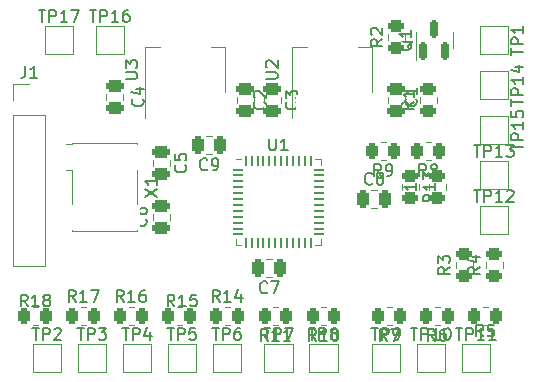
<source format=gto>
%TF.GenerationSoftware,KiCad,Pcbnew,(6.0.5)*%
%TF.CreationDate,2023-05-04T10:00:39-06:00*%
%TF.ProjectId,NES_JP_MOD,4e45535f-4a50-45f4-9d4f-442e6b696361,rev?*%
%TF.SameCoordinates,Original*%
%TF.FileFunction,Legend,Top*%
%TF.FilePolarity,Positive*%
%FSLAX46Y46*%
G04 Gerber Fmt 4.6, Leading zero omitted, Abs format (unit mm)*
G04 Created by KiCad (PCBNEW (6.0.5)) date 2023-05-04 10:00:39*
%MOMM*%
%LPD*%
G01*
G04 APERTURE LIST*
G04 Aperture macros list*
%AMRoundRect*
0 Rectangle with rounded corners*
0 $1 Rounding radius*
0 $2 $3 $4 $5 $6 $7 $8 $9 X,Y pos of 4 corners*
0 Add a 4 corners polygon primitive as box body*
4,1,4,$2,$3,$4,$5,$6,$7,$8,$9,$2,$3,0*
0 Add four circle primitives for the rounded corners*
1,1,$1+$1,$2,$3*
1,1,$1+$1,$4,$5*
1,1,$1+$1,$6,$7*
1,1,$1+$1,$8,$9*
0 Add four rect primitives between the rounded corners*
20,1,$1+$1,$2,$3,$4,$5,0*
20,1,$1+$1,$4,$5,$6,$7,0*
20,1,$1+$1,$6,$7,$8,$9,0*
20,1,$1+$1,$8,$9,$2,$3,0*%
G04 Aperture macros list end*
%ADD10C,0.150000*%
%ADD11C,0.120000*%
%ADD12RoundRect,0.250000X0.262500X0.450000X-0.262500X0.450000X-0.262500X-0.450000X0.262500X-0.450000X0*%
%ADD13RoundRect,0.250000X-0.262500X-0.450000X0.262500X-0.450000X0.262500X0.450000X-0.262500X0.450000X0*%
%ADD14RoundRect,0.250000X-0.475000X0.250000X-0.475000X-0.250000X0.475000X-0.250000X0.475000X0.250000X0*%
%ADD15R,2.000000X2.000000*%
%ADD16RoundRect,0.250000X-0.450000X0.262500X-0.450000X-0.262500X0.450000X-0.262500X0.450000X0.262500X0*%
%ADD17RoundRect,0.250000X0.250000X0.475000X-0.250000X0.475000X-0.250000X-0.475000X0.250000X-0.475000X0*%
%ADD18R,2.000000X1.800000*%
%ADD19RoundRect,0.250000X0.475000X-0.250000X0.475000X0.250000X-0.475000X0.250000X-0.475000X-0.250000X0*%
%ADD20RoundRect,0.250000X0.450000X-0.262500X0.450000X0.262500X-0.450000X0.262500X-0.450000X-0.262500X0*%
%ADD21RoundRect,0.250000X-0.250000X-0.475000X0.250000X-0.475000X0.250000X0.475000X-0.250000X0.475000X0*%
%ADD22R,1.500000X2.000000*%
%ADD23R,3.800000X2.000000*%
%ADD24RoundRect,0.150000X0.150000X-0.587500X0.150000X0.587500X-0.150000X0.587500X-0.150000X-0.587500X0*%
%ADD25RoundRect,0.062500X-0.375000X-0.062500X0.375000X-0.062500X0.375000X0.062500X-0.375000X0.062500X0*%
%ADD26RoundRect,0.062500X-0.062500X-0.375000X0.062500X-0.375000X0.062500X0.375000X-0.062500X0.375000X0*%
%ADD27R,5.150000X5.150000*%
%ADD28R,1.700000X1.700000*%
%ADD29O,1.700000X1.700000*%
G04 APERTURE END LIST*
D10*
%TO.C,R6*%
X152487333Y-104210380D02*
X152154000Y-103734190D01*
X151915904Y-104210380D02*
X151915904Y-103210380D01*
X152296857Y-103210380D01*
X152392095Y-103258000D01*
X152439714Y-103305619D01*
X152487333Y-103400857D01*
X152487333Y-103543714D01*
X152439714Y-103638952D01*
X152392095Y-103686571D01*
X152296857Y-103734190D01*
X151915904Y-103734190D01*
X153344476Y-103210380D02*
X153154000Y-103210380D01*
X153058761Y-103258000D01*
X153011142Y-103305619D01*
X152915904Y-103448476D01*
X152868285Y-103638952D01*
X152868285Y-104019904D01*
X152915904Y-104115142D01*
X152963523Y-104162761D01*
X153058761Y-104210380D01*
X153249238Y-104210380D01*
X153344476Y-104162761D01*
X153392095Y-104115142D01*
X153439714Y-104019904D01*
X153439714Y-103781809D01*
X153392095Y-103686571D01*
X153344476Y-103638952D01*
X153249238Y-103591333D01*
X153058761Y-103591333D01*
X152963523Y-103638952D01*
X152915904Y-103686571D01*
X152868285Y-103781809D01*
%TO.C,R16*%
X126103142Y-100910380D02*
X125769809Y-100434190D01*
X125531714Y-100910380D02*
X125531714Y-99910380D01*
X125912666Y-99910380D01*
X126007904Y-99958000D01*
X126055523Y-100005619D01*
X126103142Y-100100857D01*
X126103142Y-100243714D01*
X126055523Y-100338952D01*
X126007904Y-100386571D01*
X125912666Y-100434190D01*
X125531714Y-100434190D01*
X127055523Y-100910380D02*
X126484095Y-100910380D01*
X126769809Y-100910380D02*
X126769809Y-99910380D01*
X126674571Y-100053238D01*
X126579333Y-100148476D01*
X126484095Y-100196095D01*
X127912666Y-99910380D02*
X127722190Y-99910380D01*
X127626952Y-99958000D01*
X127579333Y-100005619D01*
X127484095Y-100148476D01*
X127436476Y-100338952D01*
X127436476Y-100719904D01*
X127484095Y-100815142D01*
X127531714Y-100862761D01*
X127626952Y-100910380D01*
X127817428Y-100910380D01*
X127912666Y-100862761D01*
X127960285Y-100815142D01*
X128007904Y-100719904D01*
X128007904Y-100481809D01*
X127960285Y-100386571D01*
X127912666Y-100338952D01*
X127817428Y-100291333D01*
X127626952Y-100291333D01*
X127531714Y-100338952D01*
X127484095Y-100386571D01*
X127436476Y-100481809D01*
%TO.C,C2*%
X138025142Y-83986666D02*
X138072761Y-84034285D01*
X138120380Y-84177142D01*
X138120380Y-84272380D01*
X138072761Y-84415238D01*
X137977523Y-84510476D01*
X137882285Y-84558095D01*
X137691809Y-84605714D01*
X137548952Y-84605714D01*
X137358476Y-84558095D01*
X137263238Y-84510476D01*
X137168000Y-84415238D01*
X137120380Y-84272380D01*
X137120380Y-84177142D01*
X137168000Y-84034285D01*
X137215619Y-83986666D01*
X137215619Y-83605714D02*
X137168000Y-83558095D01*
X137120380Y-83462857D01*
X137120380Y-83224761D01*
X137168000Y-83129523D01*
X137215619Y-83081904D01*
X137310857Y-83034285D01*
X137406095Y-83034285D01*
X137548952Y-83081904D01*
X138120380Y-83653333D01*
X138120380Y-83034285D01*
%TO.C,TP6*%
X133612095Y-103118380D02*
X134183523Y-103118380D01*
X133897809Y-104118380D02*
X133897809Y-103118380D01*
X134516857Y-104118380D02*
X134516857Y-103118380D01*
X134897809Y-103118380D01*
X134993047Y-103166000D01*
X135040666Y-103213619D01*
X135088285Y-103308857D01*
X135088285Y-103451714D01*
X135040666Y-103546952D01*
X134993047Y-103594571D01*
X134897809Y-103642190D01*
X134516857Y-103642190D01*
X135945428Y-103118380D02*
X135754952Y-103118380D01*
X135659714Y-103166000D01*
X135612095Y-103213619D01*
X135516857Y-103356476D01*
X135469238Y-103546952D01*
X135469238Y-103927904D01*
X135516857Y-104023142D01*
X135564476Y-104070761D01*
X135659714Y-104118380D01*
X135850190Y-104118380D01*
X135945428Y-104070761D01*
X135993047Y-104023142D01*
X136040666Y-103927904D01*
X136040666Y-103689809D01*
X135993047Y-103594571D01*
X135945428Y-103546952D01*
X135850190Y-103499333D01*
X135659714Y-103499333D01*
X135564476Y-103546952D01*
X135516857Y-103594571D01*
X135469238Y-103689809D01*
%TO.C,R17*%
X122039142Y-100910380D02*
X121705809Y-100434190D01*
X121467714Y-100910380D02*
X121467714Y-99910380D01*
X121848666Y-99910380D01*
X121943904Y-99958000D01*
X121991523Y-100005619D01*
X122039142Y-100100857D01*
X122039142Y-100243714D01*
X121991523Y-100338952D01*
X121943904Y-100386571D01*
X121848666Y-100434190D01*
X121467714Y-100434190D01*
X122991523Y-100910380D02*
X122420095Y-100910380D01*
X122705809Y-100910380D02*
X122705809Y-99910380D01*
X122610571Y-100053238D01*
X122515333Y-100148476D01*
X122420095Y-100196095D01*
X123324857Y-99910380D02*
X123991523Y-99910380D01*
X123562952Y-100910380D01*
%TO.C,R13*%
X152470380Y-91828857D02*
X151994190Y-92162190D01*
X152470380Y-92400285D02*
X151470380Y-92400285D01*
X151470380Y-92019333D01*
X151518000Y-91924095D01*
X151565619Y-91876476D01*
X151660857Y-91828857D01*
X151803714Y-91828857D01*
X151898952Y-91876476D01*
X151946571Y-91924095D01*
X151994190Y-92019333D01*
X151994190Y-92400285D01*
X152470380Y-90876476D02*
X152470380Y-91447904D01*
X152470380Y-91162190D02*
X151470380Y-91162190D01*
X151613238Y-91257428D01*
X151708476Y-91352666D01*
X151756095Y-91447904D01*
X151470380Y-90543142D02*
X151470380Y-89924095D01*
X151851333Y-90257428D01*
X151851333Y-90114571D01*
X151898952Y-90019333D01*
X151946571Y-89971714D01*
X152041809Y-89924095D01*
X152279904Y-89924095D01*
X152375142Y-89971714D01*
X152422761Y-90019333D01*
X152470380Y-90114571D01*
X152470380Y-90400285D01*
X152422761Y-90495523D01*
X152375142Y-90543142D01*
%TO.C,C7*%
X138263333Y-100081142D02*
X138215714Y-100128761D01*
X138072857Y-100176380D01*
X137977619Y-100176380D01*
X137834761Y-100128761D01*
X137739523Y-100033523D01*
X137691904Y-99938285D01*
X137644285Y-99747809D01*
X137644285Y-99604952D01*
X137691904Y-99414476D01*
X137739523Y-99319238D01*
X137834761Y-99224000D01*
X137977619Y-99176380D01*
X138072857Y-99176380D01*
X138215714Y-99224000D01*
X138263333Y-99271619D01*
X138596666Y-99176380D02*
X139263333Y-99176380D01*
X138834761Y-100176380D01*
%TO.C,C1*%
X150832667Y-83725414D02*
X150880286Y-83773033D01*
X150927905Y-83915890D01*
X150927905Y-84011128D01*
X150880286Y-84153986D01*
X150785048Y-84249224D01*
X150689810Y-84296843D01*
X150499334Y-84344462D01*
X150356477Y-84344462D01*
X150166001Y-84296843D01*
X150070763Y-84249224D01*
X149975525Y-84153986D01*
X149927905Y-84011128D01*
X149927905Y-83915890D01*
X149975525Y-83773033D01*
X150023144Y-83725414D01*
X150927905Y-82773033D02*
X150927905Y-83344462D01*
X150927905Y-83058748D02*
X149927905Y-83058748D01*
X150070763Y-83153986D01*
X150166001Y-83249224D01*
X150213620Y-83344462D01*
%TO.C,X1*%
X127912380Y-91995523D02*
X128912380Y-91328857D01*
X127912380Y-91328857D02*
X128912380Y-91995523D01*
X128912380Y-90424095D02*
X128912380Y-90995523D01*
X128912380Y-90709809D02*
X127912380Y-90709809D01*
X128055238Y-90805047D01*
X128150476Y-90900285D01*
X128198095Y-90995523D01*
%TO.C,TP10*%
X150407904Y-103118380D02*
X150979333Y-103118380D01*
X150693619Y-104118380D02*
X150693619Y-103118380D01*
X151312666Y-104118380D02*
X151312666Y-103118380D01*
X151693619Y-103118380D01*
X151788857Y-103166000D01*
X151836476Y-103213619D01*
X151884095Y-103308857D01*
X151884095Y-103451714D01*
X151836476Y-103546952D01*
X151788857Y-103594571D01*
X151693619Y-103642190D01*
X151312666Y-103642190D01*
X152836476Y-104118380D02*
X152265047Y-104118380D01*
X152550761Y-104118380D02*
X152550761Y-103118380D01*
X152455523Y-103261238D01*
X152360285Y-103356476D01*
X152265047Y-103404095D01*
X153455523Y-103118380D02*
X153550761Y-103118380D01*
X153646000Y-103166000D01*
X153693619Y-103213619D01*
X153741238Y-103308857D01*
X153788857Y-103499333D01*
X153788857Y-103737428D01*
X153741238Y-103927904D01*
X153693619Y-104023142D01*
X153646000Y-104070761D01*
X153550761Y-104118380D01*
X153455523Y-104118380D01*
X153360285Y-104070761D01*
X153312666Y-104023142D01*
X153265047Y-103927904D01*
X153217428Y-103737428D01*
X153217428Y-103499333D01*
X153265047Y-103308857D01*
X153312666Y-103213619D01*
X153360285Y-103166000D01*
X153455523Y-103118380D01*
%TO.C,C6*%
X127963142Y-93892666D02*
X128010761Y-93940285D01*
X128058380Y-94083142D01*
X128058380Y-94178380D01*
X128010761Y-94321238D01*
X127915523Y-94416476D01*
X127820285Y-94464095D01*
X127629809Y-94511714D01*
X127486952Y-94511714D01*
X127296476Y-94464095D01*
X127201238Y-94416476D01*
X127106000Y-94321238D01*
X127058380Y-94178380D01*
X127058380Y-94083142D01*
X127106000Y-93940285D01*
X127153619Y-93892666D01*
X127058380Y-93035523D02*
X127058380Y-93226000D01*
X127106000Y-93321238D01*
X127153619Y-93368857D01*
X127296476Y-93464095D01*
X127486952Y-93511714D01*
X127867904Y-93511714D01*
X127963142Y-93464095D01*
X128010761Y-93416476D01*
X128058380Y-93321238D01*
X128058380Y-93130761D01*
X128010761Y-93035523D01*
X127963142Y-92987904D01*
X127867904Y-92940285D01*
X127629809Y-92940285D01*
X127534571Y-92987904D01*
X127486952Y-93035523D01*
X127439333Y-93130761D01*
X127439333Y-93321238D01*
X127486952Y-93416476D01*
X127534571Y-93464095D01*
X127629809Y-93511714D01*
%TO.C,R12*%
X150860380Y-91828857D02*
X150384190Y-92162190D01*
X150860380Y-92400285D02*
X149860380Y-92400285D01*
X149860380Y-92019333D01*
X149908000Y-91924095D01*
X149955619Y-91876476D01*
X150050857Y-91828857D01*
X150193714Y-91828857D01*
X150288952Y-91876476D01*
X150336571Y-91924095D01*
X150384190Y-92019333D01*
X150384190Y-92400285D01*
X150860380Y-90876476D02*
X150860380Y-91447904D01*
X150860380Y-91162190D02*
X149860380Y-91162190D01*
X150003238Y-91257428D01*
X150098476Y-91352666D01*
X150146095Y-91447904D01*
X149955619Y-90495523D02*
X149908000Y-90447904D01*
X149860380Y-90352666D01*
X149860380Y-90114571D01*
X149908000Y-90019333D01*
X149955619Y-89971714D01*
X150050857Y-89924095D01*
X150146095Y-89924095D01*
X150288952Y-89971714D01*
X150860380Y-90543142D01*
X150860380Y-89924095D01*
%TO.C,TP11*%
X154217904Y-103118380D02*
X154789333Y-103118380D01*
X154503619Y-104118380D02*
X154503619Y-103118380D01*
X155122666Y-104118380D02*
X155122666Y-103118380D01*
X155503619Y-103118380D01*
X155598857Y-103166000D01*
X155646476Y-103213619D01*
X155694095Y-103308857D01*
X155694095Y-103451714D01*
X155646476Y-103546952D01*
X155598857Y-103594571D01*
X155503619Y-103642190D01*
X155122666Y-103642190D01*
X156646476Y-104118380D02*
X156075047Y-104118380D01*
X156360761Y-104118380D02*
X156360761Y-103118380D01*
X156265523Y-103261238D01*
X156170285Y-103356476D01*
X156075047Y-103404095D01*
X157598857Y-104118380D02*
X157027428Y-104118380D01*
X157313142Y-104118380D02*
X157313142Y-103118380D01*
X157217904Y-103261238D01*
X157122666Y-103356476D01*
X157027428Y-103404095D01*
%TO.C,R3*%
X153742380Y-97956666D02*
X153266190Y-98290000D01*
X153742380Y-98528095D02*
X152742380Y-98528095D01*
X152742380Y-98147142D01*
X152790000Y-98051904D01*
X152837619Y-98004285D01*
X152932857Y-97956666D01*
X153075714Y-97956666D01*
X153170952Y-98004285D01*
X153218571Y-98051904D01*
X153266190Y-98147142D01*
X153266190Y-98528095D01*
X152742380Y-97623333D02*
X152742380Y-97004285D01*
X153123333Y-97337619D01*
X153123333Y-97194761D01*
X153170952Y-97099523D01*
X153218571Y-97051904D01*
X153313809Y-97004285D01*
X153551904Y-97004285D01*
X153647142Y-97051904D01*
X153694761Y-97099523D01*
X153742380Y-97194761D01*
X153742380Y-97480476D01*
X153694761Y-97575714D01*
X153647142Y-97623333D01*
%TO.C,R7*%
X148423333Y-104210380D02*
X148090000Y-103734190D01*
X147851904Y-104210380D02*
X147851904Y-103210380D01*
X148232857Y-103210380D01*
X148328095Y-103258000D01*
X148375714Y-103305619D01*
X148423333Y-103400857D01*
X148423333Y-103543714D01*
X148375714Y-103638952D01*
X148328095Y-103686571D01*
X148232857Y-103734190D01*
X147851904Y-103734190D01*
X148756666Y-103210380D02*
X149423333Y-103210380D01*
X148994761Y-104210380D01*
%TO.C,R2*%
X148007905Y-78666795D02*
X147531715Y-79000129D01*
X148007905Y-79238224D02*
X147007905Y-79238224D01*
X147007905Y-78857271D01*
X147055525Y-78762033D01*
X147103144Y-78714414D01*
X147198382Y-78666795D01*
X147341239Y-78666795D01*
X147436477Y-78714414D01*
X147484096Y-78762033D01*
X147531715Y-78857271D01*
X147531715Y-79238224D01*
X147103144Y-78285843D02*
X147055525Y-78238224D01*
X147007905Y-78142986D01*
X147007905Y-77904890D01*
X147055525Y-77809652D01*
X147103144Y-77762033D01*
X147198382Y-77714414D01*
X147293620Y-77714414D01*
X147436477Y-77762033D01*
X148007905Y-78333462D01*
X148007905Y-77714414D01*
%TO.C,TP4*%
X125992095Y-103118380D02*
X126563523Y-103118380D01*
X126277809Y-104118380D02*
X126277809Y-103118380D01*
X126896857Y-104118380D02*
X126896857Y-103118380D01*
X127277809Y-103118380D01*
X127373047Y-103166000D01*
X127420666Y-103213619D01*
X127468285Y-103308857D01*
X127468285Y-103451714D01*
X127420666Y-103546952D01*
X127373047Y-103594571D01*
X127277809Y-103642190D01*
X126896857Y-103642190D01*
X128325428Y-103451714D02*
X128325428Y-104118380D01*
X128087333Y-103070761D02*
X127849238Y-103785047D01*
X128468285Y-103785047D01*
%TO.C,C5*%
X131323142Y-89320666D02*
X131370761Y-89368285D01*
X131418380Y-89511142D01*
X131418380Y-89606380D01*
X131370761Y-89749238D01*
X131275523Y-89844476D01*
X131180285Y-89892095D01*
X130989809Y-89939714D01*
X130846952Y-89939714D01*
X130656476Y-89892095D01*
X130561238Y-89844476D01*
X130466000Y-89749238D01*
X130418380Y-89606380D01*
X130418380Y-89511142D01*
X130466000Y-89368285D01*
X130513619Y-89320666D01*
X130418380Y-88415904D02*
X130418380Y-88892095D01*
X130894571Y-88939714D01*
X130846952Y-88892095D01*
X130799333Y-88796857D01*
X130799333Y-88558761D01*
X130846952Y-88463523D01*
X130894571Y-88415904D01*
X130989809Y-88368285D01*
X131227904Y-88368285D01*
X131323142Y-88415904D01*
X131370761Y-88463523D01*
X131418380Y-88558761D01*
X131418380Y-88796857D01*
X131370761Y-88892095D01*
X131323142Y-88939714D01*
%TO.C,C3*%
X140721142Y-83986666D02*
X140768761Y-84034285D01*
X140816380Y-84177142D01*
X140816380Y-84272380D01*
X140768761Y-84415238D01*
X140673523Y-84510476D01*
X140578285Y-84558095D01*
X140387809Y-84605714D01*
X140244952Y-84605714D01*
X140054476Y-84558095D01*
X139959238Y-84510476D01*
X139864000Y-84415238D01*
X139816380Y-84272380D01*
X139816380Y-84177142D01*
X139864000Y-84034285D01*
X139911619Y-83986666D01*
X139816380Y-83653333D02*
X139816380Y-83034285D01*
X140197333Y-83367619D01*
X140197333Y-83224761D01*
X140244952Y-83129523D01*
X140292571Y-83081904D01*
X140387809Y-83034285D01*
X140625904Y-83034285D01*
X140721142Y-83081904D01*
X140768761Y-83129523D01*
X140816380Y-83224761D01*
X140816380Y-83510476D01*
X140768761Y-83605714D01*
X140721142Y-83653333D01*
%TO.C,C8*%
X147153333Y-90879142D02*
X147105714Y-90926761D01*
X146962857Y-90974380D01*
X146867619Y-90974380D01*
X146724761Y-90926761D01*
X146629523Y-90831523D01*
X146581904Y-90736285D01*
X146534285Y-90545809D01*
X146534285Y-90402952D01*
X146581904Y-90212476D01*
X146629523Y-90117238D01*
X146724761Y-90022000D01*
X146867619Y-89974380D01*
X146962857Y-89974380D01*
X147105714Y-90022000D01*
X147153333Y-90069619D01*
X147724761Y-90402952D02*
X147629523Y-90355333D01*
X147581904Y-90307714D01*
X147534285Y-90212476D01*
X147534285Y-90164857D01*
X147581904Y-90069619D01*
X147629523Y-90022000D01*
X147724761Y-89974380D01*
X147915238Y-89974380D01*
X148010476Y-90022000D01*
X148058095Y-90069619D01*
X148105714Y-90164857D01*
X148105714Y-90212476D01*
X148058095Y-90307714D01*
X148010476Y-90355333D01*
X147915238Y-90402952D01*
X147724761Y-90402952D01*
X147629523Y-90450571D01*
X147581904Y-90498190D01*
X147534285Y-90593428D01*
X147534285Y-90783904D01*
X147581904Y-90879142D01*
X147629523Y-90926761D01*
X147724761Y-90974380D01*
X147915238Y-90974380D01*
X148010476Y-90926761D01*
X148058095Y-90879142D01*
X148105714Y-90783904D01*
X148105714Y-90593428D01*
X148058095Y-90498190D01*
X148010476Y-90450571D01*
X147915238Y-90402952D01*
%TO.C,R14*%
X134231142Y-100910380D02*
X133897809Y-100434190D01*
X133659714Y-100910380D02*
X133659714Y-99910380D01*
X134040666Y-99910380D01*
X134135904Y-99958000D01*
X134183523Y-100005619D01*
X134231142Y-100100857D01*
X134231142Y-100243714D01*
X134183523Y-100338952D01*
X134135904Y-100386571D01*
X134040666Y-100434190D01*
X133659714Y-100434190D01*
X135183523Y-100910380D02*
X134612095Y-100910380D01*
X134897809Y-100910380D02*
X134897809Y-99910380D01*
X134802571Y-100053238D01*
X134707333Y-100148476D01*
X134612095Y-100196095D01*
X136040666Y-100243714D02*
X136040666Y-100910380D01*
X135802571Y-99862761D02*
X135564476Y-100577047D01*
X136183523Y-100577047D01*
%TO.C,TP9*%
X147074095Y-103118380D02*
X147645523Y-103118380D01*
X147359809Y-104118380D02*
X147359809Y-103118380D01*
X147978857Y-104118380D02*
X147978857Y-103118380D01*
X148359809Y-103118380D01*
X148455047Y-103166000D01*
X148502666Y-103213619D01*
X148550285Y-103308857D01*
X148550285Y-103451714D01*
X148502666Y-103546952D01*
X148455047Y-103594571D01*
X148359809Y-103642190D01*
X147978857Y-103642190D01*
X149026476Y-104118380D02*
X149216952Y-104118380D01*
X149312190Y-104070761D01*
X149359809Y-104023142D01*
X149455047Y-103880285D01*
X149502666Y-103689809D01*
X149502666Y-103308857D01*
X149455047Y-103213619D01*
X149407428Y-103166000D01*
X149312190Y-103118380D01*
X149121714Y-103118380D01*
X149026476Y-103166000D01*
X148978857Y-103213619D01*
X148931238Y-103308857D01*
X148931238Y-103546952D01*
X148978857Y-103642190D01*
X149026476Y-103689809D01*
X149121714Y-103737428D01*
X149312190Y-103737428D01*
X149407428Y-103689809D01*
X149455047Y-103642190D01*
X149502666Y-103546952D01*
%TO.C,U2*%
X138136380Y-82041904D02*
X138945904Y-82041904D01*
X139041142Y-81994285D01*
X139088761Y-81946666D01*
X139136380Y-81851428D01*
X139136380Y-81660952D01*
X139088761Y-81565714D01*
X139041142Y-81518095D01*
X138945904Y-81470476D01*
X138136380Y-81470476D01*
X138231619Y-81041904D02*
X138184000Y-80994285D01*
X138136380Y-80899047D01*
X138136380Y-80660952D01*
X138184000Y-80565714D01*
X138231619Y-80518095D01*
X138326857Y-80470476D01*
X138422095Y-80470476D01*
X138564952Y-80518095D01*
X139136380Y-81089523D01*
X139136380Y-80470476D01*
%TO.C,TP5*%
X129802095Y-103118380D02*
X130373523Y-103118380D01*
X130087809Y-104118380D02*
X130087809Y-103118380D01*
X130706857Y-104118380D02*
X130706857Y-103118380D01*
X131087809Y-103118380D01*
X131183047Y-103166000D01*
X131230666Y-103213619D01*
X131278285Y-103308857D01*
X131278285Y-103451714D01*
X131230666Y-103546952D01*
X131183047Y-103594571D01*
X131087809Y-103642190D01*
X130706857Y-103642190D01*
X132183047Y-103118380D02*
X131706857Y-103118380D01*
X131659238Y-103594571D01*
X131706857Y-103546952D01*
X131802095Y-103499333D01*
X132040190Y-103499333D01*
X132135428Y-103546952D01*
X132183047Y-103594571D01*
X132230666Y-103689809D01*
X132230666Y-103927904D01*
X132183047Y-104023142D01*
X132135428Y-104070761D01*
X132040190Y-104118380D01*
X131802095Y-104118380D01*
X131706857Y-104070761D01*
X131659238Y-104023142D01*
%TO.C,R9*%
X147915333Y-90240380D02*
X147582000Y-89764190D01*
X147343904Y-90240380D02*
X147343904Y-89240380D01*
X147724857Y-89240380D01*
X147820095Y-89288000D01*
X147867714Y-89335619D01*
X147915333Y-89430857D01*
X147915333Y-89573714D01*
X147867714Y-89668952D01*
X147820095Y-89716571D01*
X147724857Y-89764190D01*
X147343904Y-89764190D01*
X148391523Y-90240380D02*
X148582000Y-90240380D01*
X148677238Y-90192761D01*
X148724857Y-90145142D01*
X148820095Y-90002285D01*
X148867714Y-89811809D01*
X148867714Y-89430857D01*
X148820095Y-89335619D01*
X148772476Y-89288000D01*
X148677238Y-89240380D01*
X148486761Y-89240380D01*
X148391523Y-89288000D01*
X148343904Y-89335619D01*
X148296285Y-89430857D01*
X148296285Y-89668952D01*
X148343904Y-89764190D01*
X148391523Y-89811809D01*
X148486761Y-89859428D01*
X148677238Y-89859428D01*
X148772476Y-89811809D01*
X148820095Y-89764190D01*
X148867714Y-89668952D01*
%TO.C,TP8*%
X141763595Y-103118380D02*
X142335023Y-103118380D01*
X142049309Y-104118380D02*
X142049309Y-103118380D01*
X142668357Y-104118380D02*
X142668357Y-103118380D01*
X143049309Y-103118380D01*
X143144547Y-103166000D01*
X143192166Y-103213619D01*
X143239785Y-103308857D01*
X143239785Y-103451714D01*
X143192166Y-103546952D01*
X143144547Y-103594571D01*
X143049309Y-103642190D01*
X142668357Y-103642190D01*
X143811214Y-103546952D02*
X143715976Y-103499333D01*
X143668357Y-103451714D01*
X143620738Y-103356476D01*
X143620738Y-103308857D01*
X143668357Y-103213619D01*
X143715976Y-103166000D01*
X143811214Y-103118380D01*
X144001690Y-103118380D01*
X144096928Y-103166000D01*
X144144547Y-103213619D01*
X144192166Y-103308857D01*
X144192166Y-103356476D01*
X144144547Y-103451714D01*
X144096928Y-103499333D01*
X144001690Y-103546952D01*
X143811214Y-103546952D01*
X143715976Y-103594571D01*
X143668357Y-103642190D01*
X143620738Y-103737428D01*
X143620738Y-103927904D01*
X143668357Y-104023142D01*
X143715976Y-104070761D01*
X143811214Y-104118380D01*
X144001690Y-104118380D01*
X144096928Y-104070761D01*
X144144547Y-104023142D01*
X144192166Y-103927904D01*
X144192166Y-103737428D01*
X144144547Y-103642190D01*
X144096928Y-103594571D01*
X144001690Y-103546952D01*
%TO.C,R4*%
X156282380Y-97956666D02*
X155806190Y-98290000D01*
X156282380Y-98528095D02*
X155282380Y-98528095D01*
X155282380Y-98147142D01*
X155330000Y-98051904D01*
X155377619Y-98004285D01*
X155472857Y-97956666D01*
X155615714Y-97956666D01*
X155710952Y-98004285D01*
X155758571Y-98051904D01*
X155806190Y-98147142D01*
X155806190Y-98528095D01*
X155615714Y-97099523D02*
X156282380Y-97099523D01*
X155234761Y-97337619D02*
X155949047Y-97575714D01*
X155949047Y-96956666D01*
%TO.C,C4*%
X127711142Y-83732666D02*
X127758761Y-83780285D01*
X127806380Y-83923142D01*
X127806380Y-84018380D01*
X127758761Y-84161238D01*
X127663523Y-84256476D01*
X127568285Y-84304095D01*
X127377809Y-84351714D01*
X127234952Y-84351714D01*
X127044476Y-84304095D01*
X126949238Y-84256476D01*
X126854000Y-84161238D01*
X126806380Y-84018380D01*
X126806380Y-83923142D01*
X126854000Y-83780285D01*
X126901619Y-83732666D01*
X127139714Y-82875523D02*
X127806380Y-82875523D01*
X126758761Y-83113619D02*
X127473047Y-83351714D01*
X127473047Y-82732666D01*
%TO.C,TP12*%
X155741904Y-91434380D02*
X156313333Y-91434380D01*
X156027619Y-92434380D02*
X156027619Y-91434380D01*
X156646666Y-92434380D02*
X156646666Y-91434380D01*
X157027619Y-91434380D01*
X157122857Y-91482000D01*
X157170476Y-91529619D01*
X157218095Y-91624857D01*
X157218095Y-91767714D01*
X157170476Y-91862952D01*
X157122857Y-91910571D01*
X157027619Y-91958190D01*
X156646666Y-91958190D01*
X158170476Y-92434380D02*
X157599047Y-92434380D01*
X157884761Y-92434380D02*
X157884761Y-91434380D01*
X157789523Y-91577238D01*
X157694285Y-91672476D01*
X157599047Y-91720095D01*
X158551428Y-91529619D02*
X158599047Y-91482000D01*
X158694285Y-91434380D01*
X158932380Y-91434380D01*
X159027619Y-91482000D01*
X159075238Y-91529619D01*
X159122857Y-91624857D01*
X159122857Y-91720095D01*
X159075238Y-91862952D01*
X158503809Y-92434380D01*
X159122857Y-92434380D01*
%TO.C,C9*%
X133183333Y-89667142D02*
X133135714Y-89714761D01*
X132992857Y-89762380D01*
X132897619Y-89762380D01*
X132754761Y-89714761D01*
X132659523Y-89619523D01*
X132611904Y-89524285D01*
X132564285Y-89333809D01*
X132564285Y-89190952D01*
X132611904Y-89000476D01*
X132659523Y-88905238D01*
X132754761Y-88810000D01*
X132897619Y-88762380D01*
X132992857Y-88762380D01*
X133135714Y-88810000D01*
X133183333Y-88857619D01*
X133659523Y-89762380D02*
X133850000Y-89762380D01*
X133945238Y-89714761D01*
X133992857Y-89667142D01*
X134088095Y-89524285D01*
X134135714Y-89333809D01*
X134135714Y-88952857D01*
X134088095Y-88857619D01*
X134040476Y-88810000D01*
X133945238Y-88762380D01*
X133754761Y-88762380D01*
X133659523Y-88810000D01*
X133611904Y-88857619D01*
X133564285Y-88952857D01*
X133564285Y-89190952D01*
X133611904Y-89286190D01*
X133659523Y-89333809D01*
X133754761Y-89381428D01*
X133945238Y-89381428D01*
X134040476Y-89333809D01*
X134088095Y-89286190D01*
X134135714Y-89190952D01*
%TO.C,TP3*%
X122182095Y-103118380D02*
X122753523Y-103118380D01*
X122467809Y-104118380D02*
X122467809Y-103118380D01*
X123086857Y-104118380D02*
X123086857Y-103118380D01*
X123467809Y-103118380D01*
X123563047Y-103166000D01*
X123610666Y-103213619D01*
X123658285Y-103308857D01*
X123658285Y-103451714D01*
X123610666Y-103546952D01*
X123563047Y-103594571D01*
X123467809Y-103642190D01*
X123086857Y-103642190D01*
X123991619Y-103118380D02*
X124610666Y-103118380D01*
X124277333Y-103499333D01*
X124420190Y-103499333D01*
X124515428Y-103546952D01*
X124563047Y-103594571D01*
X124610666Y-103689809D01*
X124610666Y-103927904D01*
X124563047Y-104023142D01*
X124515428Y-104070761D01*
X124420190Y-104118380D01*
X124134476Y-104118380D01*
X124039238Y-104070761D01*
X123991619Y-104023142D01*
%TO.C,R1*%
X150694380Y-83986666D02*
X150218190Y-84320000D01*
X150694380Y-84558095D02*
X149694380Y-84558095D01*
X149694380Y-84177142D01*
X149742000Y-84081904D01*
X149789619Y-84034285D01*
X149884857Y-83986666D01*
X150027714Y-83986666D01*
X150122952Y-84034285D01*
X150170571Y-84081904D01*
X150218190Y-84177142D01*
X150218190Y-84558095D01*
X150694380Y-83034285D02*
X150694380Y-83605714D01*
X150694380Y-83320000D02*
X149694380Y-83320000D01*
X149837238Y-83415238D01*
X149932476Y-83510476D01*
X149980095Y-83605714D01*
%TO.C,TP16*%
X123229904Y-76194380D02*
X123801333Y-76194380D01*
X123515619Y-77194380D02*
X123515619Y-76194380D01*
X124134666Y-77194380D02*
X124134666Y-76194380D01*
X124515619Y-76194380D01*
X124610857Y-76242000D01*
X124658476Y-76289619D01*
X124706095Y-76384857D01*
X124706095Y-76527714D01*
X124658476Y-76622952D01*
X124610857Y-76670571D01*
X124515619Y-76718190D01*
X124134666Y-76718190D01*
X125658476Y-77194380D02*
X125087047Y-77194380D01*
X125372761Y-77194380D02*
X125372761Y-76194380D01*
X125277523Y-76337238D01*
X125182285Y-76432476D01*
X125087047Y-76480095D01*
X126515619Y-76194380D02*
X126325142Y-76194380D01*
X126229904Y-76242000D01*
X126182285Y-76289619D01*
X126087047Y-76432476D01*
X126039428Y-76622952D01*
X126039428Y-77003904D01*
X126087047Y-77099142D01*
X126134666Y-77146761D01*
X126229904Y-77194380D01*
X126420380Y-77194380D01*
X126515619Y-77146761D01*
X126563238Y-77099142D01*
X126610857Y-77003904D01*
X126610857Y-76765809D01*
X126563238Y-76670571D01*
X126515619Y-76622952D01*
X126420380Y-76575333D01*
X126229904Y-76575333D01*
X126134666Y-76622952D01*
X126087047Y-76670571D01*
X126039428Y-76765809D01*
%TO.C,TP2*%
X118372095Y-103118380D02*
X118943523Y-103118380D01*
X118657809Y-104118380D02*
X118657809Y-103118380D01*
X119276857Y-104118380D02*
X119276857Y-103118380D01*
X119657809Y-103118380D01*
X119753047Y-103166000D01*
X119800666Y-103213619D01*
X119848285Y-103308857D01*
X119848285Y-103451714D01*
X119800666Y-103546952D01*
X119753047Y-103594571D01*
X119657809Y-103642190D01*
X119276857Y-103642190D01*
X120229238Y-103213619D02*
X120276857Y-103166000D01*
X120372095Y-103118380D01*
X120610190Y-103118380D01*
X120705428Y-103166000D01*
X120753047Y-103213619D01*
X120800666Y-103308857D01*
X120800666Y-103404095D01*
X120753047Y-103546952D01*
X120181619Y-104118380D01*
X120800666Y-104118380D01*
%TO.C,Q1*%
X150547619Y-78835238D02*
X150500000Y-78930476D01*
X150404761Y-79025714D01*
X150261904Y-79168571D01*
X150214285Y-79263809D01*
X150214285Y-79359047D01*
X150452380Y-79311428D02*
X150404761Y-79406666D01*
X150309523Y-79501904D01*
X150119047Y-79549523D01*
X149785714Y-79549523D01*
X149595238Y-79501904D01*
X149500000Y-79406666D01*
X149452380Y-79311428D01*
X149452380Y-79120952D01*
X149500000Y-79025714D01*
X149595238Y-78930476D01*
X149785714Y-78882857D01*
X150119047Y-78882857D01*
X150309523Y-78930476D01*
X150404761Y-79025714D01*
X150452380Y-79120952D01*
X150452380Y-79311428D01*
X150452380Y-77930476D02*
X150452380Y-78501904D01*
X150452380Y-78216190D02*
X149452380Y-78216190D01*
X149595238Y-78311428D01*
X149690476Y-78406666D01*
X149738095Y-78501904D01*
%TO.C,U3*%
X126270380Y-82041904D02*
X127079904Y-82041904D01*
X127175142Y-81994285D01*
X127222761Y-81946666D01*
X127270380Y-81851428D01*
X127270380Y-81660952D01*
X127222761Y-81565714D01*
X127175142Y-81518095D01*
X127079904Y-81470476D01*
X126270380Y-81470476D01*
X126270380Y-81089523D02*
X126270380Y-80470476D01*
X126651333Y-80803809D01*
X126651333Y-80660952D01*
X126698952Y-80565714D01*
X126746571Y-80518095D01*
X126841809Y-80470476D01*
X127079904Y-80470476D01*
X127175142Y-80518095D01*
X127222761Y-80565714D01*
X127270380Y-80660952D01*
X127270380Y-80946666D01*
X127222761Y-81041904D01*
X127175142Y-81089523D01*
%TO.C,U1*%
X138430095Y-87088380D02*
X138430095Y-87897904D01*
X138477714Y-87993142D01*
X138525333Y-88040761D01*
X138620571Y-88088380D01*
X138811047Y-88088380D01*
X138906285Y-88040761D01*
X138953904Y-87993142D01*
X139001523Y-87897904D01*
X139001523Y-87088380D01*
X140001523Y-88088380D02*
X139430095Y-88088380D01*
X139715809Y-88088380D02*
X139715809Y-87088380D01*
X139620571Y-87231238D01*
X139525333Y-87326476D01*
X139430095Y-87374095D01*
%TO.C,TP13*%
X155741904Y-87624380D02*
X156313333Y-87624380D01*
X156027619Y-88624380D02*
X156027619Y-87624380D01*
X156646666Y-88624380D02*
X156646666Y-87624380D01*
X157027619Y-87624380D01*
X157122857Y-87672000D01*
X157170476Y-87719619D01*
X157218095Y-87814857D01*
X157218095Y-87957714D01*
X157170476Y-88052952D01*
X157122857Y-88100571D01*
X157027619Y-88148190D01*
X156646666Y-88148190D01*
X158170476Y-88624380D02*
X157599047Y-88624380D01*
X157884761Y-88624380D02*
X157884761Y-87624380D01*
X157789523Y-87767238D01*
X157694285Y-87862476D01*
X157599047Y-87910095D01*
X158503809Y-87624380D02*
X159122857Y-87624380D01*
X158789523Y-88005333D01*
X158932380Y-88005333D01*
X159027619Y-88052952D01*
X159075238Y-88100571D01*
X159122857Y-88195809D01*
X159122857Y-88433904D01*
X159075238Y-88529142D01*
X159027619Y-88576761D01*
X158932380Y-88624380D01*
X158646666Y-88624380D01*
X158551428Y-88576761D01*
X158503809Y-88529142D01*
%TO.C,J1*%
X117776666Y-80942380D02*
X117776666Y-81656666D01*
X117729047Y-81799523D01*
X117633809Y-81894761D01*
X117490952Y-81942380D01*
X117395714Y-81942380D01*
X118776666Y-81942380D02*
X118205238Y-81942380D01*
X118490952Y-81942380D02*
X118490952Y-80942380D01*
X118395714Y-81085238D01*
X118300476Y-81180476D01*
X118205238Y-81228095D01*
%TO.C,R15*%
X130394206Y-101290380D02*
X130060873Y-100814190D01*
X129822778Y-101290380D02*
X129822778Y-100290380D01*
X130203730Y-100290380D01*
X130298968Y-100338000D01*
X130346587Y-100385619D01*
X130394206Y-100480857D01*
X130394206Y-100623714D01*
X130346587Y-100718952D01*
X130298968Y-100766571D01*
X130203730Y-100814190D01*
X129822778Y-100814190D01*
X131346587Y-101290380D02*
X130775159Y-101290380D01*
X131060873Y-101290380D02*
X131060873Y-100290380D01*
X130965635Y-100433238D01*
X130870397Y-100528476D01*
X130775159Y-100576095D01*
X132251349Y-100290380D02*
X131775159Y-100290380D01*
X131727540Y-100766571D01*
X131775159Y-100718952D01*
X131870397Y-100671333D01*
X132108492Y-100671333D01*
X132203730Y-100718952D01*
X132251349Y-100766571D01*
X132298968Y-100861809D01*
X132298968Y-101099904D01*
X132251349Y-101195142D01*
X132203730Y-101242761D01*
X132108492Y-101290380D01*
X131870397Y-101290380D01*
X131775159Y-101242761D01*
X131727540Y-101195142D01*
%TO.C,TP7*%
X137953595Y-103118380D02*
X138525023Y-103118380D01*
X138239309Y-104118380D02*
X138239309Y-103118380D01*
X138858357Y-104118380D02*
X138858357Y-103118380D01*
X139239309Y-103118380D01*
X139334547Y-103166000D01*
X139382166Y-103213619D01*
X139429785Y-103308857D01*
X139429785Y-103451714D01*
X139382166Y-103546952D01*
X139334547Y-103594571D01*
X139239309Y-103642190D01*
X138858357Y-103642190D01*
X139763119Y-103118380D02*
X140429785Y-103118380D01*
X140001214Y-104118380D01*
%TO.C,TP14*%
X158930380Y-84288095D02*
X158930380Y-83716666D01*
X159930380Y-84002380D02*
X158930380Y-84002380D01*
X159930380Y-83383333D02*
X158930380Y-83383333D01*
X158930380Y-83002380D01*
X158978000Y-82907142D01*
X159025619Y-82859523D01*
X159120857Y-82811904D01*
X159263714Y-82811904D01*
X159358952Y-82859523D01*
X159406571Y-82907142D01*
X159454190Y-83002380D01*
X159454190Y-83383333D01*
X159930380Y-81859523D02*
X159930380Y-82430952D01*
X159930380Y-82145238D02*
X158930380Y-82145238D01*
X159073238Y-82240476D01*
X159168476Y-82335714D01*
X159216095Y-82430952D01*
X159263714Y-81002380D02*
X159930380Y-81002380D01*
X158882761Y-81240476D02*
X159597047Y-81478571D01*
X159597047Y-80859523D01*
%TO.C,R8*%
X151725333Y-90240380D02*
X151392000Y-89764190D01*
X151153904Y-90240380D02*
X151153904Y-89240380D01*
X151534857Y-89240380D01*
X151630095Y-89288000D01*
X151677714Y-89335619D01*
X151725333Y-89430857D01*
X151725333Y-89573714D01*
X151677714Y-89668952D01*
X151630095Y-89716571D01*
X151534857Y-89764190D01*
X151153904Y-89764190D01*
X152296761Y-89668952D02*
X152201523Y-89621333D01*
X152153904Y-89573714D01*
X152106285Y-89478476D01*
X152106285Y-89430857D01*
X152153904Y-89335619D01*
X152201523Y-89288000D01*
X152296761Y-89240380D01*
X152487238Y-89240380D01*
X152582476Y-89288000D01*
X152630095Y-89335619D01*
X152677714Y-89430857D01*
X152677714Y-89478476D01*
X152630095Y-89573714D01*
X152582476Y-89621333D01*
X152487238Y-89668952D01*
X152296761Y-89668952D01*
X152201523Y-89716571D01*
X152153904Y-89764190D01*
X152106285Y-89859428D01*
X152106285Y-90049904D01*
X152153904Y-90145142D01*
X152201523Y-90192761D01*
X152296761Y-90240380D01*
X152487238Y-90240380D01*
X152582476Y-90192761D01*
X152630095Y-90145142D01*
X152677714Y-90049904D01*
X152677714Y-89859428D01*
X152630095Y-89764190D01*
X152582476Y-89716571D01*
X152487238Y-89668952D01*
%TO.C,R11*%
X138318642Y-104210380D02*
X137985309Y-103734190D01*
X137747214Y-104210380D02*
X137747214Y-103210380D01*
X138128166Y-103210380D01*
X138223404Y-103258000D01*
X138271023Y-103305619D01*
X138318642Y-103400857D01*
X138318642Y-103543714D01*
X138271023Y-103638952D01*
X138223404Y-103686571D01*
X138128166Y-103734190D01*
X137747214Y-103734190D01*
X139271023Y-104210380D02*
X138699595Y-104210380D01*
X138985309Y-104210380D02*
X138985309Y-103210380D01*
X138890071Y-103353238D01*
X138794833Y-103448476D01*
X138699595Y-103496095D01*
X140223404Y-104210380D02*
X139651976Y-104210380D01*
X139937690Y-104210380D02*
X139937690Y-103210380D01*
X139842452Y-103353238D01*
X139747214Y-103448476D01*
X139651976Y-103496095D01*
%TO.C,R18*%
X117975142Y-101290380D02*
X117641809Y-100814190D01*
X117403714Y-101290380D02*
X117403714Y-100290380D01*
X117784666Y-100290380D01*
X117879904Y-100338000D01*
X117927523Y-100385619D01*
X117975142Y-100480857D01*
X117975142Y-100623714D01*
X117927523Y-100718952D01*
X117879904Y-100766571D01*
X117784666Y-100814190D01*
X117403714Y-100814190D01*
X118927523Y-101290380D02*
X118356095Y-101290380D01*
X118641809Y-101290380D02*
X118641809Y-100290380D01*
X118546571Y-100433238D01*
X118451333Y-100528476D01*
X118356095Y-100576095D01*
X119498952Y-100718952D02*
X119403714Y-100671333D01*
X119356095Y-100623714D01*
X119308476Y-100528476D01*
X119308476Y-100480857D01*
X119356095Y-100385619D01*
X119403714Y-100338000D01*
X119498952Y-100290380D01*
X119689428Y-100290380D01*
X119784666Y-100338000D01*
X119832285Y-100385619D01*
X119879904Y-100480857D01*
X119879904Y-100528476D01*
X119832285Y-100623714D01*
X119784666Y-100671333D01*
X119689428Y-100718952D01*
X119498952Y-100718952D01*
X119403714Y-100766571D01*
X119356095Y-100814190D01*
X119308476Y-100909428D01*
X119308476Y-101099904D01*
X119356095Y-101195142D01*
X119403714Y-101242761D01*
X119498952Y-101290380D01*
X119689428Y-101290380D01*
X119784666Y-101242761D01*
X119832285Y-101195142D01*
X119879904Y-101099904D01*
X119879904Y-100909428D01*
X119832285Y-100814190D01*
X119784666Y-100766571D01*
X119689428Y-100718952D01*
%TO.C,R10*%
X142382642Y-104210380D02*
X142049309Y-103734190D01*
X141811214Y-104210380D02*
X141811214Y-103210380D01*
X142192166Y-103210380D01*
X142287404Y-103258000D01*
X142335023Y-103305619D01*
X142382642Y-103400857D01*
X142382642Y-103543714D01*
X142335023Y-103638952D01*
X142287404Y-103686571D01*
X142192166Y-103734190D01*
X141811214Y-103734190D01*
X143335023Y-104210380D02*
X142763595Y-104210380D01*
X143049309Y-104210380D02*
X143049309Y-103210380D01*
X142954071Y-103353238D01*
X142858833Y-103448476D01*
X142763595Y-103496095D01*
X143954071Y-103210380D02*
X144049309Y-103210380D01*
X144144547Y-103258000D01*
X144192166Y-103305619D01*
X144239785Y-103400857D01*
X144287404Y-103591333D01*
X144287404Y-103829428D01*
X144239785Y-104019904D01*
X144192166Y-104115142D01*
X144144547Y-104162761D01*
X144049309Y-104210380D01*
X143954071Y-104210380D01*
X143858833Y-104162761D01*
X143811214Y-104115142D01*
X143763595Y-104019904D01*
X143715976Y-103829428D01*
X143715976Y-103591333D01*
X143763595Y-103400857D01*
X143811214Y-103305619D01*
X143858833Y-103258000D01*
X143954071Y-103210380D01*
%TO.C,TP15*%
X158930380Y-88098095D02*
X158930380Y-87526666D01*
X159930380Y-87812380D02*
X158930380Y-87812380D01*
X159930380Y-87193333D02*
X158930380Y-87193333D01*
X158930380Y-86812380D01*
X158978000Y-86717142D01*
X159025619Y-86669523D01*
X159120857Y-86621904D01*
X159263714Y-86621904D01*
X159358952Y-86669523D01*
X159406571Y-86717142D01*
X159454190Y-86812380D01*
X159454190Y-87193333D01*
X159930380Y-85669523D02*
X159930380Y-86240952D01*
X159930380Y-85955238D02*
X158930380Y-85955238D01*
X159073238Y-86050476D01*
X159168476Y-86145714D01*
X159216095Y-86240952D01*
X158930380Y-84764761D02*
X158930380Y-85240952D01*
X159406571Y-85288571D01*
X159358952Y-85240952D01*
X159311333Y-85145714D01*
X159311333Y-84907619D01*
X159358952Y-84812380D01*
X159406571Y-84764761D01*
X159501809Y-84717142D01*
X159739904Y-84717142D01*
X159835142Y-84764761D01*
X159882761Y-84812380D01*
X159930380Y-84907619D01*
X159930380Y-85145714D01*
X159882761Y-85240952D01*
X159835142Y-85288571D01*
%TO.C,TP17*%
X118911904Y-76194380D02*
X119483333Y-76194380D01*
X119197619Y-77194380D02*
X119197619Y-76194380D01*
X119816666Y-77194380D02*
X119816666Y-76194380D01*
X120197619Y-76194380D01*
X120292857Y-76242000D01*
X120340476Y-76289619D01*
X120388095Y-76384857D01*
X120388095Y-76527714D01*
X120340476Y-76622952D01*
X120292857Y-76670571D01*
X120197619Y-76718190D01*
X119816666Y-76718190D01*
X121340476Y-77194380D02*
X120769047Y-77194380D01*
X121054761Y-77194380D02*
X121054761Y-76194380D01*
X120959523Y-76337238D01*
X120864285Y-76432476D01*
X120769047Y-76480095D01*
X121673809Y-76194380D02*
X122340476Y-76194380D01*
X121911904Y-77194380D01*
%TO.C,TP1*%
X158930380Y-80001904D02*
X158930380Y-79430476D01*
X159930380Y-79716190D02*
X158930380Y-79716190D01*
X159930380Y-79097142D02*
X158930380Y-79097142D01*
X158930380Y-78716190D01*
X158978000Y-78620952D01*
X159025619Y-78573333D01*
X159120857Y-78525714D01*
X159263714Y-78525714D01*
X159358952Y-78573333D01*
X159406571Y-78620952D01*
X159454190Y-78716190D01*
X159454190Y-79097142D01*
X159930380Y-77573333D02*
X159930380Y-78144761D01*
X159930380Y-77859047D02*
X158930380Y-77859047D01*
X159073238Y-77954285D01*
X159168476Y-78049523D01*
X159216095Y-78144761D01*
%TO.C,R5*%
X156551333Y-103830380D02*
X156218000Y-103354190D01*
X155979904Y-103830380D02*
X155979904Y-102830380D01*
X156360857Y-102830380D01*
X156456095Y-102878000D01*
X156503714Y-102925619D01*
X156551333Y-103020857D01*
X156551333Y-103163714D01*
X156503714Y-103258952D01*
X156456095Y-103306571D01*
X156360857Y-103354190D01*
X155979904Y-103354190D01*
X157456095Y-102830380D02*
X156979904Y-102830380D01*
X156932285Y-103306571D01*
X156979904Y-103258952D01*
X157075142Y-103211333D01*
X157313238Y-103211333D01*
X157408476Y-103258952D01*
X157456095Y-103306571D01*
X157503714Y-103401809D01*
X157503714Y-103639904D01*
X157456095Y-103735142D01*
X157408476Y-103782761D01*
X157313238Y-103830380D01*
X157075142Y-103830380D01*
X156979904Y-103782761D01*
X156932285Y-103735142D01*
D11*
%TO.C,R6*%
X152881064Y-101373000D02*
X152426936Y-101373000D01*
X152881064Y-102843000D02*
X152426936Y-102843000D01*
%TO.C,R16*%
X126518936Y-102843000D02*
X126973064Y-102843000D01*
X126518936Y-101373000D02*
X126973064Y-101373000D01*
%TO.C,C2*%
X137133000Y-83558748D02*
X137133000Y-84081252D01*
X135663000Y-83558748D02*
X135663000Y-84081252D01*
%TO.C,TP6*%
X136074000Y-104464000D02*
X136074000Y-106864000D01*
X133674000Y-106864000D02*
X133674000Y-104464000D01*
X136074000Y-106864000D02*
X133674000Y-106864000D01*
X133674000Y-104464000D02*
X136074000Y-104464000D01*
%TO.C,R17*%
X122454936Y-102843000D02*
X122909064Y-102843000D01*
X122454936Y-101373000D02*
X122909064Y-101373000D01*
%TO.C,R13*%
X149633000Y-90958936D02*
X149633000Y-91413064D01*
X151103000Y-90958936D02*
X151103000Y-91413064D01*
%TO.C,C7*%
X138691252Y-98779000D02*
X138168748Y-98779000D01*
X138691252Y-97309000D02*
X138168748Y-97309000D01*
%TO.C,C1*%
X149940525Y-83558748D02*
X149940525Y-84081252D01*
X148470525Y-83558748D02*
X148470525Y-84081252D01*
%TO.C,X1*%
X127200000Y-94886000D02*
X121720000Y-94886000D01*
X121720000Y-92626000D02*
X121720000Y-89746000D01*
X121720000Y-89746000D02*
X121260000Y-89746000D01*
X121720000Y-87486000D02*
X127200000Y-87486000D01*
X127200000Y-87486000D02*
X127200000Y-87546000D01*
X121720000Y-94886000D02*
X121720000Y-94826000D01*
X121260000Y-87546000D02*
X121720000Y-87546000D01*
X127200000Y-89746000D02*
X127200000Y-92626000D01*
X121720000Y-87546000D02*
X121720000Y-87486000D01*
X127200000Y-94826000D02*
X127200000Y-94886000D01*
%TO.C,TP10*%
X150946000Y-106864000D02*
X150946000Y-104464000D01*
X150946000Y-104464000D02*
X153346000Y-104464000D01*
X153346000Y-104464000D02*
X153346000Y-106864000D01*
X153346000Y-106864000D02*
X150946000Y-106864000D01*
%TO.C,C6*%
X130021000Y-93987252D02*
X130021000Y-93464748D01*
X128551000Y-93987252D02*
X128551000Y-93464748D01*
%TO.C,R12*%
X151919000Y-91413064D02*
X151919000Y-90958936D01*
X153389000Y-91413064D02*
X153389000Y-90958936D01*
%TO.C,TP11*%
X157156000Y-104464000D02*
X157156000Y-106864000D01*
X154756000Y-104464000D02*
X157156000Y-104464000D01*
X157156000Y-106864000D02*
X154756000Y-106864000D01*
X154756000Y-106864000D02*
X154756000Y-104464000D01*
%TO.C,R3*%
X155675000Y-98017064D02*
X155675000Y-97562936D01*
X154205000Y-98017064D02*
X154205000Y-97562936D01*
%TO.C,R7*%
X148817064Y-101373000D02*
X148362936Y-101373000D01*
X148817064Y-102843000D02*
X148362936Y-102843000D01*
%TO.C,R2*%
X148470525Y-78727193D02*
X148470525Y-78273065D01*
X149940525Y-78727193D02*
X149940525Y-78273065D01*
%TO.C,TP4*%
X128454000Y-104464000D02*
X128454000Y-106864000D01*
X126054000Y-104464000D02*
X128454000Y-104464000D01*
X126054000Y-106864000D02*
X126054000Y-104464000D01*
X128454000Y-106864000D02*
X126054000Y-106864000D01*
%TO.C,C5*%
X130021000Y-88892748D02*
X130021000Y-89415252D01*
X128551000Y-88892748D02*
X128551000Y-89415252D01*
%TO.C,C3*%
X137949000Y-83558748D02*
X137949000Y-84081252D01*
X139419000Y-83558748D02*
X139419000Y-84081252D01*
%TO.C,C8*%
X147058748Y-92937000D02*
X147581252Y-92937000D01*
X147058748Y-91467000D02*
X147581252Y-91467000D01*
%TO.C,R14*%
X134646936Y-101373000D02*
X135101064Y-101373000D01*
X134646936Y-102843000D02*
X135101064Y-102843000D01*
%TO.C,TP9*%
X149536000Y-104464000D02*
X149536000Y-106864000D01*
X147136000Y-106864000D02*
X147136000Y-104464000D01*
X149536000Y-106864000D02*
X147136000Y-106864000D01*
X147136000Y-104464000D02*
X149536000Y-104464000D01*
%TO.C,U2*%
X147174000Y-83130000D02*
X147174000Y-79370000D01*
X147174000Y-79370000D02*
X145914000Y-79370000D01*
X140354000Y-79370000D02*
X141614000Y-79370000D01*
X140354000Y-85380000D02*
X140354000Y-79370000D01*
%TO.C,TP5*%
X132264000Y-104464000D02*
X132264000Y-106864000D01*
X129864000Y-106864000D02*
X129864000Y-104464000D01*
X132264000Y-106864000D02*
X129864000Y-106864000D01*
X129864000Y-104464000D02*
X132264000Y-104464000D01*
%TO.C,R9*%
X148309064Y-87403000D02*
X147854936Y-87403000D01*
X148309064Y-88873000D02*
X147854936Y-88873000D01*
%TO.C,TP8*%
X141825500Y-104464000D02*
X144225500Y-104464000D01*
X144225500Y-106864000D02*
X141825500Y-106864000D01*
X144225500Y-104464000D02*
X144225500Y-106864000D01*
X141825500Y-106864000D02*
X141825500Y-104464000D01*
%TO.C,R4*%
X158215000Y-98017064D02*
X158215000Y-97562936D01*
X156745000Y-98017064D02*
X156745000Y-97562936D01*
%TO.C,C4*%
X126084000Y-83304748D02*
X126084000Y-83827252D01*
X124614000Y-83304748D02*
X124614000Y-83827252D01*
%TO.C,TP12*%
X158680000Y-92780000D02*
X158680000Y-95180000D01*
X158680000Y-95180000D02*
X156280000Y-95180000D01*
X156280000Y-95180000D02*
X156280000Y-92780000D01*
X156280000Y-92780000D02*
X158680000Y-92780000D01*
%TO.C,C9*%
X133611252Y-88365000D02*
X133088748Y-88365000D01*
X133611252Y-86895000D02*
X133088748Y-86895000D01*
%TO.C,TP3*%
X124644000Y-106864000D02*
X122244000Y-106864000D01*
X122244000Y-104464000D02*
X124644000Y-104464000D01*
X124644000Y-104464000D02*
X124644000Y-106864000D01*
X122244000Y-106864000D02*
X122244000Y-104464000D01*
%TO.C,R1*%
X151157000Y-84047064D02*
X151157000Y-83592936D01*
X152627000Y-84047064D02*
X152627000Y-83592936D01*
%TO.C,TP16*%
X123768000Y-77540000D02*
X126168000Y-77540000D01*
X123768000Y-79940000D02*
X123768000Y-77540000D01*
X126168000Y-79940000D02*
X123768000Y-79940000D01*
X126168000Y-77540000D02*
X126168000Y-79940000D01*
%TO.C,TP2*%
X120834000Y-106864000D02*
X118434000Y-106864000D01*
X118434000Y-106864000D02*
X118434000Y-104464000D01*
X118434000Y-104464000D02*
X120834000Y-104464000D01*
X120834000Y-104464000D02*
X120834000Y-106864000D01*
%TO.C,Q1*%
X153960000Y-78740000D02*
X153960000Y-78090000D01*
X153960000Y-78740000D02*
X153960000Y-79390000D01*
X150840000Y-78740000D02*
X150840000Y-78090000D01*
X150840000Y-78740000D02*
X150840000Y-80415000D01*
%TO.C,U3*%
X134728000Y-79370000D02*
X133468000Y-79370000D01*
X134728000Y-83130000D02*
X134728000Y-79370000D01*
X127908000Y-79370000D02*
X129168000Y-79370000D01*
X127908000Y-85380000D02*
X127908000Y-79370000D01*
%TO.C,U1*%
X135582000Y-96066000D02*
X135582000Y-95591000D01*
X136057000Y-96066000D02*
X135582000Y-96066000D01*
X142802000Y-88846000D02*
X142802000Y-89321000D01*
X142327000Y-96066000D02*
X142802000Y-96066000D01*
X142802000Y-96066000D02*
X142802000Y-95591000D01*
X136057000Y-88846000D02*
X135582000Y-88846000D01*
X142327000Y-88846000D02*
X142802000Y-88846000D01*
%TO.C,TP13*%
X158680000Y-91370000D02*
X156280000Y-91370000D01*
X158680000Y-88970000D02*
X158680000Y-91370000D01*
X156280000Y-88970000D02*
X158680000Y-88970000D01*
X156280000Y-91370000D02*
X156280000Y-88970000D01*
%TO.C,J1*%
X116780000Y-82490000D02*
X118110000Y-82490000D01*
X116780000Y-85090000D02*
X116780000Y-97850000D01*
X116780000Y-97850000D02*
X119440000Y-97850000D01*
X116780000Y-85090000D02*
X119440000Y-85090000D01*
X116780000Y-83820000D02*
X116780000Y-82490000D01*
X119440000Y-85090000D02*
X119440000Y-97850000D01*
%TO.C,R15*%
X130582936Y-102843000D02*
X131037064Y-102843000D01*
X130582936Y-101373000D02*
X131037064Y-101373000D01*
%TO.C,TP7*%
X140415500Y-104464000D02*
X140415500Y-106864000D01*
X140415500Y-106864000D02*
X138015500Y-106864000D01*
X138015500Y-106864000D02*
X138015500Y-104464000D01*
X138015500Y-104464000D02*
X140415500Y-104464000D01*
%TO.C,TP14*%
X158680000Y-81350000D02*
X158680000Y-83750000D01*
X158680000Y-83750000D02*
X156280000Y-83750000D01*
X156280000Y-81350000D02*
X158680000Y-81350000D01*
X156280000Y-83750000D02*
X156280000Y-81350000D01*
%TO.C,R8*%
X152119064Y-87403000D02*
X151664936Y-87403000D01*
X152119064Y-88873000D02*
X151664936Y-88873000D01*
%TO.C,R11*%
X139188564Y-101373000D02*
X138734436Y-101373000D01*
X139188564Y-102843000D02*
X138734436Y-102843000D01*
%TO.C,R18*%
X118390936Y-102843000D02*
X118845064Y-102843000D01*
X118390936Y-101373000D02*
X118845064Y-101373000D01*
%TO.C,R10*%
X143252564Y-101373000D02*
X142798436Y-101373000D01*
X143252564Y-102843000D02*
X142798436Y-102843000D01*
%TO.C,TP15*%
X158680000Y-87560000D02*
X156280000Y-87560000D01*
X156280000Y-87560000D02*
X156280000Y-85160000D01*
X158680000Y-85160000D02*
X158680000Y-87560000D01*
X156280000Y-85160000D02*
X158680000Y-85160000D01*
%TO.C,TP17*%
X121850000Y-79940000D02*
X119450000Y-79940000D01*
X119450000Y-79940000D02*
X119450000Y-77540000D01*
X121850000Y-77540000D02*
X121850000Y-79940000D01*
X119450000Y-77540000D02*
X121850000Y-77540000D01*
%TO.C,TP1*%
X158680000Y-77540000D02*
X158680000Y-79940000D01*
X156280000Y-77540000D02*
X158680000Y-77540000D01*
X156280000Y-79940000D02*
X156280000Y-77540000D01*
X158680000Y-79940000D02*
X156280000Y-79940000D01*
%TO.C,R5*%
X156945064Y-102843000D02*
X156490936Y-102843000D01*
X156945064Y-101373000D02*
X156490936Y-101373000D01*
%TD*%
%LPC*%
D12*
%TO.C,R6*%
X153566500Y-102108000D03*
X151741500Y-102108000D03*
%TD*%
D13*
%TO.C,R16*%
X125833500Y-102108000D03*
X127658500Y-102108000D03*
%TD*%
D14*
%TO.C,C2*%
X136398000Y-82870000D03*
X136398000Y-84770000D03*
%TD*%
D15*
%TO.C,TP6*%
X134874000Y-105664000D03*
%TD*%
D13*
%TO.C,R17*%
X121769500Y-102108000D03*
X123594500Y-102108000D03*
%TD*%
D16*
%TO.C,R13*%
X150368000Y-90273500D03*
X150368000Y-92098500D03*
%TD*%
D17*
%TO.C,C7*%
X139380000Y-98044000D03*
X137480000Y-98044000D03*
%TD*%
D14*
%TO.C,C1*%
X149205525Y-82870000D03*
X149205525Y-84770000D03*
%TD*%
D18*
%TO.C,X1*%
X122460000Y-88646000D03*
X122460000Y-93726000D03*
X126460000Y-93726000D03*
X126460000Y-88646000D03*
%TD*%
D15*
%TO.C,TP10*%
X152146000Y-105664000D03*
%TD*%
D19*
%TO.C,C6*%
X129286000Y-94676000D03*
X129286000Y-92776000D03*
%TD*%
D20*
%TO.C,R12*%
X152654000Y-92098500D03*
X152654000Y-90273500D03*
%TD*%
D15*
%TO.C,TP11*%
X155956000Y-105664000D03*
%TD*%
D20*
%TO.C,R3*%
X154940000Y-98702500D03*
X154940000Y-96877500D03*
%TD*%
D12*
%TO.C,R7*%
X149502500Y-102108000D03*
X147677500Y-102108000D03*
%TD*%
D20*
%TO.C,R2*%
X149205525Y-79412629D03*
X149205525Y-77587629D03*
%TD*%
D15*
%TO.C,TP4*%
X127254000Y-105664000D03*
%TD*%
D14*
%TO.C,C5*%
X129286000Y-88204000D03*
X129286000Y-90104000D03*
%TD*%
%TO.C,C3*%
X138684000Y-82870000D03*
X138684000Y-84770000D03*
%TD*%
D21*
%TO.C,C8*%
X146370000Y-92202000D03*
X148270000Y-92202000D03*
%TD*%
D13*
%TO.C,R14*%
X133961500Y-102108000D03*
X135786500Y-102108000D03*
%TD*%
D15*
%TO.C,TP9*%
X148336000Y-105664000D03*
%TD*%
D22*
%TO.C,U2*%
X141464000Y-84430000D03*
D23*
X143764000Y-78130000D03*
D22*
X143764000Y-84430000D03*
X146064000Y-84430000D03*
%TD*%
D15*
%TO.C,TP5*%
X131064000Y-105664000D03*
%TD*%
D12*
%TO.C,R9*%
X148994500Y-88138000D03*
X147169500Y-88138000D03*
%TD*%
D15*
%TO.C,TP8*%
X143025500Y-105664000D03*
%TD*%
D20*
%TO.C,R4*%
X157480000Y-98702500D03*
X157480000Y-96877500D03*
%TD*%
D14*
%TO.C,C4*%
X125349000Y-82616000D03*
X125349000Y-84516000D03*
%TD*%
D15*
%TO.C,TP12*%
X157480000Y-93980000D03*
%TD*%
D17*
%TO.C,C9*%
X134300000Y-87630000D03*
X132400000Y-87630000D03*
%TD*%
D15*
%TO.C,TP3*%
X123444000Y-105664000D03*
%TD*%
D20*
%TO.C,R1*%
X151892000Y-84732500D03*
X151892000Y-82907500D03*
%TD*%
D15*
%TO.C,TP16*%
X124968000Y-78740000D03*
%TD*%
%TO.C,TP2*%
X119634000Y-105664000D03*
%TD*%
D24*
%TO.C,Q1*%
X151450000Y-79677500D03*
X153350000Y-79677500D03*
X152400000Y-77802500D03*
%TD*%
D22*
%TO.C,U3*%
X129018000Y-84430000D03*
X131318000Y-84430000D03*
D23*
X131318000Y-78130000D03*
D22*
X133618000Y-84430000D03*
%TD*%
D25*
%TO.C,U1*%
X135754500Y-89706000D03*
X135754500Y-90206000D03*
X135754500Y-90706000D03*
X135754500Y-91206000D03*
X135754500Y-91706000D03*
X135754500Y-92206000D03*
X135754500Y-92706000D03*
X135754500Y-93206000D03*
X135754500Y-93706000D03*
X135754500Y-94206000D03*
X135754500Y-94706000D03*
X135754500Y-95206000D03*
D26*
X136442000Y-95893500D03*
X136942000Y-95893500D03*
X137442000Y-95893500D03*
X137942000Y-95893500D03*
X138442000Y-95893500D03*
X138942000Y-95893500D03*
X139442000Y-95893500D03*
X139942000Y-95893500D03*
X140442000Y-95893500D03*
X140942000Y-95893500D03*
X141442000Y-95893500D03*
X141942000Y-95893500D03*
D25*
X142629500Y-95206000D03*
X142629500Y-94706000D03*
X142629500Y-94206000D03*
X142629500Y-93706000D03*
X142629500Y-93206000D03*
X142629500Y-92706000D03*
X142629500Y-92206000D03*
X142629500Y-91706000D03*
X142629500Y-91206000D03*
X142629500Y-90706000D03*
X142629500Y-90206000D03*
X142629500Y-89706000D03*
D26*
X141942000Y-89018500D03*
X141442000Y-89018500D03*
X140942000Y-89018500D03*
X140442000Y-89018500D03*
X139942000Y-89018500D03*
X139442000Y-89018500D03*
X138942000Y-89018500D03*
X138442000Y-89018500D03*
X137942000Y-89018500D03*
X137442000Y-89018500D03*
X136942000Y-89018500D03*
X136442000Y-89018500D03*
D27*
X139192000Y-92456000D03*
%TD*%
D15*
%TO.C,TP13*%
X157480000Y-90170000D03*
%TD*%
D28*
%TO.C,J1*%
X118110000Y-83820000D03*
D29*
X118110000Y-86360000D03*
X118110000Y-88900000D03*
X118110000Y-91440000D03*
X118110000Y-93980000D03*
X118110000Y-96520000D03*
%TD*%
D13*
%TO.C,R15*%
X129897500Y-102108000D03*
X131722500Y-102108000D03*
%TD*%
D15*
%TO.C,TP7*%
X139215500Y-105664000D03*
%TD*%
%TO.C,TP14*%
X157480000Y-82550000D03*
%TD*%
D12*
%TO.C,R8*%
X152804500Y-88138000D03*
X150979500Y-88138000D03*
%TD*%
%TO.C,R11*%
X139874000Y-102108000D03*
X138049000Y-102108000D03*
%TD*%
D13*
%TO.C,R18*%
X117705500Y-102108000D03*
X119530500Y-102108000D03*
%TD*%
D12*
%TO.C,R10*%
X143938000Y-102108000D03*
X142113000Y-102108000D03*
%TD*%
D15*
%TO.C,TP15*%
X157480000Y-86360000D03*
%TD*%
%TO.C,TP17*%
X120650000Y-78740000D03*
%TD*%
%TO.C,TP1*%
X157480000Y-78740000D03*
%TD*%
D12*
%TO.C,R5*%
X157630500Y-102108000D03*
X155805500Y-102108000D03*
%TD*%
M02*

</source>
